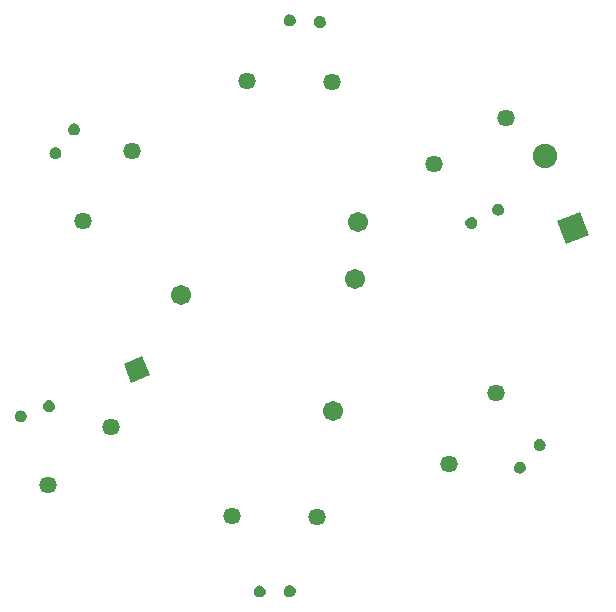
<source format=gbr>
G04 EAGLE Gerber RS-274X export*
G75*
%MOMM*%
%FSLAX34Y34*%
%LPD*%
%INSoldermask Top*%
%IPPOS*%
%AMOC8*
5,1,8,0,0,1.08239X$1,22.5*%
G01*
G04 Define Apertures*
%ADD10R,1.711200X1.711200*%
%ADD11C,1.711200*%
%ADD12C,1.703200*%
%ADD13C,1.463200*%
%ADD14R,2.070100X2.070100*%
%ADD15C,2.070100*%
G36*
X-187302Y151895D02*
X-186712Y152840D01*
X-185958Y153649D01*
X-185035Y154276D01*
X-183995Y154681D01*
X-182891Y154845D01*
X-181778Y154759D01*
X-180713Y154427D01*
X-179748Y153867D01*
X-178895Y153075D01*
X-178240Y152112D01*
X-177816Y151028D01*
X-177643Y149877D01*
X-177731Y148716D01*
X-178075Y147604D01*
X-178664Y146584D01*
X-179491Y145766D01*
X-180468Y145159D01*
X-181555Y144785D01*
X-182698Y144662D01*
X-183840Y144797D01*
X-184923Y145182D01*
X-185892Y145797D01*
X-186687Y146588D01*
X-187288Y147538D01*
X-187663Y148598D01*
X-187793Y149715D01*
X-187670Y150833D01*
X-187302Y151895D01*
G37*
G36*
X24546Y245613D02*
X25659Y245666D01*
X26753Y245507D01*
X27794Y245104D01*
X28720Y244480D01*
X29483Y243666D01*
X30045Y242702D01*
X30380Y241637D01*
X30468Y240525D01*
X30302Y239373D01*
X29884Y238287D01*
X29234Y237321D01*
X28386Y236523D01*
X27382Y235934D01*
X26271Y235584D01*
X25098Y235488D01*
X23954Y235702D01*
X22899Y236160D01*
X21973Y236841D01*
X21221Y237711D01*
X20682Y238726D01*
X20382Y239836D01*
X20337Y240982D01*
X20533Y242086D01*
X20972Y243122D01*
X21630Y244033D01*
X22475Y244775D01*
X23463Y245311D01*
X24546Y245613D01*
G37*
G36*
X173253Y85816D02*
X174193Y86414D01*
X175223Y86817D01*
X176326Y86983D01*
X177439Y86900D01*
X178506Y86570D01*
X179472Y86012D01*
X180290Y85252D01*
X180918Y84331D01*
X181344Y83248D01*
X181519Y82097D01*
X181434Y80936D01*
X181092Y79823D01*
X180511Y78813D01*
X179721Y77959D01*
X178748Y77294D01*
X177649Y76913D01*
X176506Y76788D01*
X175364Y76921D01*
X174280Y77304D01*
X173308Y77919D01*
X172498Y78734D01*
X171891Y79708D01*
X171515Y80764D01*
X171383Y81881D01*
X171503Y82999D01*
X171869Y84062D01*
X172462Y85017D01*
X173253Y85816D01*
G37*
G36*
X216036Y-119879D02*
X215393Y-120789D01*
X214594Y-121553D01*
X213636Y-122125D01*
X212574Y-122470D01*
X211463Y-122570D01*
X210357Y-122420D01*
X209312Y-122028D01*
X208381Y-121413D01*
X207576Y-120573D01*
X206977Y-119575D01*
X206615Y-118468D01*
X206509Y-117309D01*
X206664Y-116155D01*
X207071Y-115064D01*
X207718Y-114080D01*
X208591Y-113311D01*
X209601Y-112761D01*
X210708Y-112450D01*
X211856Y-112393D01*
X212989Y-112594D01*
X214048Y-113041D01*
X214979Y-113711D01*
X215728Y-114546D01*
X216273Y-115529D01*
X216586Y-116609D01*
X216651Y-117731D01*
X216465Y-118840D01*
X216036Y-119879D01*
G37*
G36*
X-24226Y-246409D02*
X-25332Y-246538D01*
X-26435Y-246453D01*
X-27501Y-246122D01*
X-28466Y-245563D01*
X-29283Y-244802D01*
X-29910Y-243879D01*
X-30316Y-242839D01*
X-30480Y-241736D01*
X-30393Y-240575D01*
X-30049Y-239463D01*
X-29467Y-238454D01*
X-28675Y-237601D01*
X-27713Y-236945D01*
X-26629Y-236520D01*
X-25464Y-236345D01*
X-24309Y-236481D01*
X-23225Y-236865D01*
X-22255Y-237482D01*
X-21445Y-238299D01*
X-20838Y-239275D01*
X-20464Y-240362D01*
X-20340Y-241502D01*
X-20462Y-242617D01*
X-20829Y-243680D01*
X-21424Y-244634D01*
X-22216Y-245432D01*
X-23166Y-246034D01*
X-24226Y-246409D01*
G37*
G36*
X150522Y74483D02*
X151462Y75080D01*
X152492Y75484D01*
X153595Y75650D01*
X154708Y75566D01*
X155774Y75237D01*
X156741Y74678D01*
X157559Y73919D01*
X158187Y72997D01*
X158613Y71914D01*
X158788Y70763D01*
X158703Y69602D01*
X158361Y68489D01*
X157780Y67480D01*
X156989Y66625D01*
X156017Y65961D01*
X154918Y65580D01*
X153775Y65455D01*
X152633Y65587D01*
X151549Y65971D01*
X150577Y66585D01*
X149767Y67401D01*
X149159Y68374D01*
X148783Y69431D01*
X148652Y70547D01*
X148772Y71665D01*
X149138Y72729D01*
X149731Y73684D01*
X150522Y74483D01*
G37*
G36*
X-202905Y131852D02*
X-202315Y132797D01*
X-201561Y133606D01*
X-200638Y134233D01*
X-199598Y134638D01*
X-198494Y134802D01*
X-197381Y134716D01*
X-196316Y134384D01*
X-195351Y133824D01*
X-194498Y133032D01*
X-193843Y132070D01*
X-193418Y130986D01*
X-193246Y129834D01*
X-193334Y128673D01*
X-193677Y127561D01*
X-194267Y126541D01*
X-195094Y125723D01*
X-196071Y125116D01*
X-197158Y124742D01*
X-198301Y124619D01*
X-199443Y124754D01*
X-200526Y125139D01*
X-201494Y125755D01*
X-202290Y126545D01*
X-202891Y127495D01*
X-203266Y128555D01*
X-203395Y129672D01*
X-203273Y130790D01*
X-202905Y131852D01*
G37*
G36*
X-230579Y-88956D02*
X-229577Y-88469D01*
X-228509Y-88184D01*
X-227393Y-88144D01*
X-226297Y-88353D01*
X-225275Y-88801D01*
X-224378Y-89465D01*
X-223651Y-90313D01*
X-223132Y-91300D01*
X-222830Y-92424D01*
X-222787Y-93587D01*
X-223003Y-94731D01*
X-223469Y-95798D01*
X-224160Y-96735D01*
X-225042Y-97495D01*
X-226084Y-98045D01*
X-227219Y-98299D01*
X-228369Y-98294D01*
X-229489Y-98033D01*
X-230522Y-97530D01*
X-231418Y-96809D01*
X-232131Y-95907D01*
X-232624Y-94871D01*
X-232878Y-93779D01*
X-232882Y-92654D01*
X-232637Y-91557D01*
X-232153Y-90542D01*
X-231455Y-89660D01*
X-230579Y-88956D01*
G37*
G36*
X199305Y-138991D02*
X198662Y-139900D01*
X197863Y-140664D01*
X196905Y-141237D01*
X195844Y-141582D01*
X194732Y-141682D01*
X193626Y-141532D01*
X192581Y-141139D01*
X191650Y-140525D01*
X190845Y-139685D01*
X190246Y-138686D01*
X189885Y-137579D01*
X189778Y-136420D01*
X189933Y-135266D01*
X190340Y-134175D01*
X190988Y-133191D01*
X191860Y-132422D01*
X192870Y-131872D01*
X193977Y-131562D01*
X195126Y-131505D01*
X196258Y-131705D01*
X197317Y-132152D01*
X198248Y-132822D01*
X198997Y-133657D01*
X199543Y-134640D01*
X199856Y-135720D01*
X199921Y-136842D01*
X199734Y-137951D01*
X199305Y-138991D01*
G37*
G36*
X-206711Y-80269D02*
X-205709Y-79782D01*
X-204640Y-79497D01*
X-203525Y-79457D01*
X-202429Y-79666D01*
X-201407Y-80114D01*
X-200510Y-80778D01*
X-199783Y-81625D01*
X-199263Y-82612D01*
X-198962Y-83736D01*
X-198919Y-84900D01*
X-199135Y-86044D01*
X-199600Y-87111D01*
X-200292Y-88048D01*
X-201174Y-88808D01*
X-202216Y-89358D01*
X-203351Y-89612D01*
X-204501Y-89607D01*
X-205620Y-89346D01*
X-206654Y-88842D01*
X-207550Y-88121D01*
X-208263Y-87219D01*
X-208756Y-86184D01*
X-209010Y-85091D01*
X-209014Y-83967D01*
X-208768Y-82870D01*
X-208285Y-81855D01*
X-207587Y-80973D01*
X-206711Y-80269D01*
G37*
G36*
X1172Y-246099D02*
X66Y-246227D01*
X-1037Y-246143D01*
X-2103Y-245812D01*
X-3068Y-245252D01*
X-3885Y-244492D01*
X-4512Y-243568D01*
X-4918Y-242529D01*
X-5082Y-241425D01*
X-4994Y-240265D01*
X-4651Y-239152D01*
X-4069Y-238144D01*
X-3277Y-237291D01*
X-2315Y-236635D01*
X-1231Y-236210D01*
X-66Y-236035D01*
X1089Y-236170D01*
X2173Y-236555D01*
X3144Y-237171D01*
X3953Y-237988D01*
X4560Y-238965D01*
X4935Y-240052D01*
X5058Y-241192D01*
X4936Y-242307D01*
X4569Y-243370D01*
X3974Y-244324D01*
X3182Y-245122D01*
X2232Y-245723D01*
X1172Y-246099D01*
G37*
G36*
X-814Y247031D02*
X299Y247084D01*
X1393Y246925D01*
X2434Y246522D01*
X3359Y245898D01*
X4122Y245084D01*
X4685Y244120D01*
X5019Y243055D01*
X5108Y241943D01*
X4942Y240791D01*
X4524Y239705D01*
X3874Y238738D01*
X3026Y237941D01*
X2021Y237352D01*
X911Y237002D01*
X-263Y236906D01*
X-1406Y237120D01*
X-2461Y237578D01*
X-3388Y238259D01*
X-4139Y239129D01*
X-4679Y240144D01*
X-4979Y241254D01*
X-5024Y242400D01*
X-4827Y243504D01*
X-4388Y244540D01*
X-3730Y245451D01*
X-2885Y246193D01*
X-1897Y246729D01*
X-814Y247031D01*
G37*
D10*
G36*
X-118165Y-58206D02*
X-133973Y-64754D01*
X-140521Y-48946D01*
X-124713Y-42398D01*
X-118165Y-58206D01*
G37*
D11*
X55433Y22961D03*
D12*
X-91672Y9653D03*
X57996Y71648D03*
X36738Y-88692D03*
D13*
X121768Y120410D03*
X183032Y158990D03*
X-36196Y191005D03*
X36196Y189995D03*
X-175393Y72166D03*
X-133247Y131034D03*
X-151282Y-102358D03*
X-204318Y-151642D03*
X23499Y-178053D03*
X-48899Y-177547D03*
X174359Y-73168D03*
X134609Y-133681D03*
D14*
G36*
X245650Y79975D02*
X253270Y60729D01*
X234024Y53109D01*
X226404Y72355D01*
X245650Y79975D01*
G37*
D15*
X215900Y127000D03*
M02*

</source>
